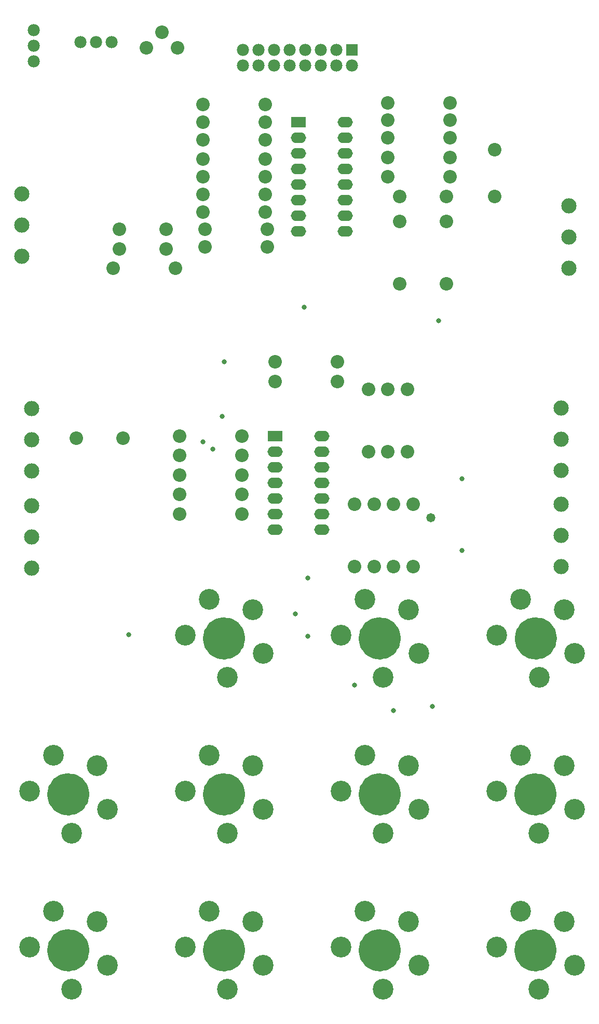
<source format=gts>
G04*
G04 #@! TF.GenerationSoftware,Altium Limited,Altium Designer,20.0.2 (26)*
G04*
G04 Layer_Color=8388736*
%FSLAX43Y43*%
%MOMM*%
G71*
G01*
G75*
%ADD16C,3.429*%
%ADD17C,2.489*%
%ADD18C,6.553*%
%ADD19C,3.378*%
%ADD20O,2.489X1.727*%
%ADD21R,2.489X1.727*%
%ADD22C,2.203*%
%ADD23C,1.981*%
%ADD24R,1.981X1.981*%
%ADD25C,0.803*%
%ADD26C,1.473*%
D16*
X37852Y61284D02*
G03*
X37852Y61284I-1714J0D01*
G01*
X88710D02*
G03*
X88710Y61284I-1714J0D01*
G01*
X63252Y10484D02*
G03*
X63252Y10484I-1714J0D01*
G01*
X63252Y61284D02*
G03*
X63252Y61284I-1714J0D01*
G01*
X63252Y35884D02*
G03*
X63252Y35884I-1714J0D01*
G01*
X88652Y10484D02*
G03*
X88652Y10484I-1714J0D01*
G01*
X88652Y35884D02*
G03*
X88652Y35884I-1714J0D01*
G01*
X12452Y10484D02*
G03*
X12452Y10484I-1714J0D01*
G01*
X37852D02*
G03*
X37852Y10484I-1714J0D01*
G01*
X37852Y35884D02*
G03*
X37852Y35884I-1714J0D01*
G01*
X12452D02*
G03*
X12452Y35884I-1714J0D01*
G01*
D17*
X3175Y123508D02*
D03*
Y128588D02*
D03*
Y133668D02*
D03*
X92393Y131762D02*
D03*
Y126683D02*
D03*
Y121603D02*
D03*
X91123Y72973D02*
D03*
Y78053D02*
D03*
Y83133D02*
D03*
Y88671D02*
D03*
Y93751D02*
D03*
Y98831D02*
D03*
X4762Y98743D02*
D03*
Y93662D02*
D03*
Y88582D02*
D03*
Y82867D02*
D03*
Y77787D02*
D03*
Y72707D02*
D03*
D18*
X36138Y61284D02*
D03*
X86995D02*
D03*
X61538Y10484D02*
D03*
Y61284D02*
D03*
Y35884D02*
D03*
X86938Y10484D02*
D03*
Y35884D02*
D03*
X10738Y10484D02*
D03*
X36138D02*
D03*
Y35884D02*
D03*
X10738D02*
D03*
D19*
X36697Y54934D02*
D03*
X29788Y61843D02*
D03*
X33699Y67634D02*
D03*
X40806Y65952D02*
D03*
X42488Y58845D02*
D03*
X87554Y54934D02*
D03*
X80645Y61843D02*
D03*
X84557Y67634D02*
D03*
X91664Y65952D02*
D03*
X93345Y58845D02*
D03*
X62097Y4134D02*
D03*
X55188Y11043D02*
D03*
X59099Y16834D02*
D03*
X66206Y15152D02*
D03*
X67888Y8045D02*
D03*
X62097Y54934D02*
D03*
X55188Y61843D02*
D03*
X59099Y67634D02*
D03*
X66206Y65952D02*
D03*
X67888Y58845D02*
D03*
X62097Y29534D02*
D03*
X55188Y36443D02*
D03*
X59099Y42234D02*
D03*
X66206Y40552D02*
D03*
X67888Y33445D02*
D03*
X87497Y4134D02*
D03*
X80588Y11043D02*
D03*
X84499Y16834D02*
D03*
X91606Y15152D02*
D03*
X93288Y8045D02*
D03*
X87497Y29534D02*
D03*
X80588Y36443D02*
D03*
X84499Y42234D02*
D03*
X91606Y40552D02*
D03*
X93288Y33445D02*
D03*
X11297Y4134D02*
D03*
X4388Y11043D02*
D03*
X8299Y16834D02*
D03*
X15406Y15152D02*
D03*
X17088Y8045D02*
D03*
X36697Y4134D02*
D03*
X29788Y11043D02*
D03*
X33699Y16834D02*
D03*
X40806Y15152D02*
D03*
X42488Y8045D02*
D03*
X36697Y29534D02*
D03*
X29788Y36443D02*
D03*
X33699Y42234D02*
D03*
X40806Y40552D02*
D03*
X42488Y33445D02*
D03*
X11297Y29534D02*
D03*
X4388Y36443D02*
D03*
X8299Y42234D02*
D03*
X15406Y40552D02*
D03*
X17088Y33445D02*
D03*
D20*
X52070Y79005D02*
D03*
Y81545D02*
D03*
Y94245D02*
D03*
Y91705D02*
D03*
Y89165D02*
D03*
Y86625D02*
D03*
Y84085D02*
D03*
X44450Y91705D02*
D03*
Y89165D02*
D03*
Y86625D02*
D03*
Y84085D02*
D03*
Y81545D02*
D03*
Y79005D02*
D03*
X55880Y145363D02*
D03*
Y142823D02*
D03*
Y140283D02*
D03*
Y137743D02*
D03*
Y135203D02*
D03*
Y132663D02*
D03*
Y130123D02*
D03*
Y127583D02*
D03*
X48260D02*
D03*
Y130123D02*
D03*
Y132663D02*
D03*
Y135203D02*
D03*
Y137743D02*
D03*
Y140283D02*
D03*
Y142823D02*
D03*
D21*
X44450Y94245D02*
D03*
X48260Y145363D02*
D03*
D22*
X33020Y127900D02*
D03*
X43180D02*
D03*
X44450Y103135D02*
D03*
X54610D02*
D03*
X80327Y133297D02*
D03*
Y140917D02*
D03*
X28575Y157480D02*
D03*
X26035Y160020D02*
D03*
X23495Y157480D02*
D03*
X28257Y121550D02*
D03*
X18097D02*
D03*
X19685Y93928D02*
D03*
X12065D02*
D03*
X32702Y145363D02*
D03*
X42862D02*
D03*
X32702Y142505D02*
D03*
X42862D02*
D03*
X32702Y148220D02*
D03*
X42862D02*
D03*
X32702Y133615D02*
D03*
X42862D02*
D03*
X32702Y139330D02*
D03*
X42862D02*
D03*
X32702Y136473D02*
D03*
X42862D02*
D03*
X62865Y142823D02*
D03*
X73025D02*
D03*
X62865Y139648D02*
D03*
X73025D02*
D03*
X64770Y119063D02*
D03*
X72390D02*
D03*
X62865Y136473D02*
D03*
X73025D02*
D03*
X64770Y133298D02*
D03*
X72390D02*
D03*
X60642Y83133D02*
D03*
Y72973D02*
D03*
X63817Y83133D02*
D03*
Y72973D02*
D03*
X57467Y83132D02*
D03*
Y72972D02*
D03*
X28892Y84720D02*
D03*
X39052D02*
D03*
X28892Y81545D02*
D03*
X39052D02*
D03*
X62865Y91705D02*
D03*
Y101865D02*
D03*
X59690D02*
D03*
Y91705D02*
D03*
X66992Y83133D02*
D03*
Y72973D02*
D03*
X39052Y87895D02*
D03*
X28892D02*
D03*
X33020Y125043D02*
D03*
X43180D02*
D03*
X26670Y124725D02*
D03*
X19050D02*
D03*
X39052Y91070D02*
D03*
X28892D02*
D03*
X39052Y94245D02*
D03*
X28892D02*
D03*
X66040Y101865D02*
D03*
Y91705D02*
D03*
X72390Y129223D02*
D03*
X64770D02*
D03*
X54610Y106310D02*
D03*
X44450D02*
D03*
X32702Y130758D02*
D03*
X42862D02*
D03*
X19050Y127900D02*
D03*
X26670D02*
D03*
X73025Y145680D02*
D03*
X62865D02*
D03*
Y148538D02*
D03*
X73025D02*
D03*
D23*
X39210Y154622D02*
D03*
Y157163D02*
D03*
X41750Y154622D02*
D03*
Y157163D02*
D03*
X44290Y154622D02*
D03*
Y157163D02*
D03*
X46830Y154622D02*
D03*
Y157163D02*
D03*
X49370Y154622D02*
D03*
Y157163D02*
D03*
X51910Y154622D02*
D03*
Y157163D02*
D03*
X54450Y154622D02*
D03*
Y157163D02*
D03*
X56990Y154622D02*
D03*
X5080Y155258D02*
D03*
Y157798D02*
D03*
Y160337D02*
D03*
X12700Y158432D02*
D03*
X15240D02*
D03*
X17780D02*
D03*
D24*
X56990Y157163D02*
D03*
D25*
X47777Y65298D02*
D03*
X36195Y106363D02*
D03*
X49847Y61595D02*
D03*
X70168Y50165D02*
D03*
X35877Y97420D02*
D03*
X34290Y92075D02*
D03*
X20638Y61912D02*
D03*
X63818Y49530D02*
D03*
X57467Y53658D02*
D03*
X74930Y75565D02*
D03*
Y87312D02*
D03*
X49847Y71120D02*
D03*
X71120Y113030D02*
D03*
X49213Y115253D02*
D03*
X32702Y93293D02*
D03*
D26*
X69850Y80910D02*
D03*
M02*

</source>
